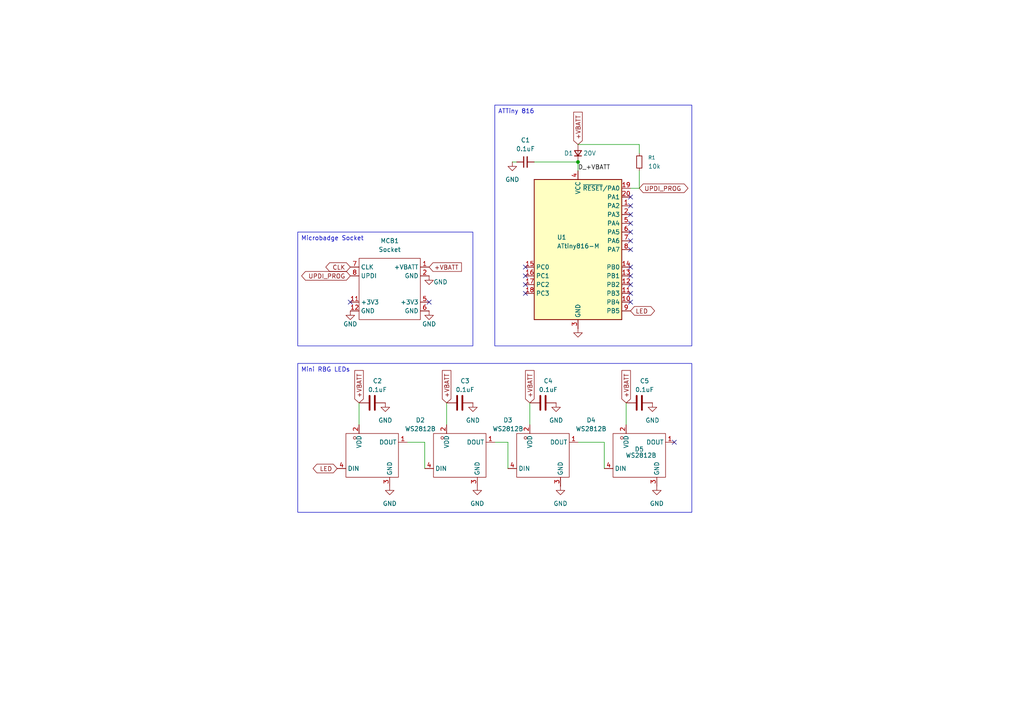
<source format=kicad_sch>
(kicad_sch (version 20250114) (generator "eeschema") (generator_version "9.0")
  (paper "A4")
  (lib_symbols
    (symbol "Device:C" (pin_numbers (hide yes)) (pin_names (offset 0.254))
      (property "Reference" "C" (at 0.635 2.54 0))
      (property "Value" "C" (at 0.635 -2.54 0))
      (symbol "C_0_1"
        (polyline (pts (xy -2.032 0.762) (xy 2.032 0.762)) (stroke (width 0.508)))
        (polyline (pts (xy -2.032 -0.762) (xy 2.032 -0.762)) (stroke (width 0.508)))
      )
      (symbol "C_1_1"
        (pin passive line (at 0 3.81 270) (length 2.794) (name "~") (number "1"))
        (pin passive line (at 0 -3.81 90) (length 2.794) (name "~") (number "2"))
      )
    )
    (symbol "Device:C_Small" (pin_numbers (hide yes)) (pin_names (offset 0.254) (hide yes))
      (property "Reference" "C" (at 0.254 1.778 0))
      (property "Value" "C_Small" (at 0.254 -2.032 0))
      (symbol "C_Small_0_1"
        (polyline (pts (xy -1.524 0.508) (xy 1.524 0.508)) (stroke (width 0.3048)))
        (polyline (pts (xy -1.524 -0.508) (xy 1.524 -0.508)) (stroke (width 0.3302)))
      )
      (symbol "C_Small_1_1"
        (pin passive line (at 0 2.54 270) (length 2.032) (name "~") (number "1"))
        (pin passive line (at 0 -2.54 90) (length 2.032) (name "~") (number "2"))
      )
    )
    (symbol "Device:D_Small" (pin_numbers (hide yes)) (pin_names (offset 0.254) (hide yes))
      (property "Reference" "D" (at -1.27 2.032 0))
      (property "Value" "D_Small" (at -3.81 -2.032 0))
      (symbol "D_Small_0_1"
        (polyline (pts (xy -0.762 0) (xy 0.762 0)))
        (polyline (pts (xy -0.762 -1.016) (xy -0.762 1.016)) (stroke (width 0.254)))
        (polyline (pts (xy 0.762 -1.016) (xy -0.762 0) (xy 0.762 1.016) (xy 0.762 -1.016)) (stroke (width 0.254)))
      )
      (symbol "D_Small_1_1"
        (pin passive line (at -2.54 0 0) (length 1.778) (name "K") (number "1"))
        (pin passive line (at 2.54 0 180) (length 1.778) (name "A") (number "2"))
      )
    )
    (symbol "Device:R_Small" (pin_numbers (hide yes)) (pin_names (offset 0.254) (hide yes))
      (property "Reference" "R" (at 0 0 90))
      (property "Value" "R_Small" (at 1.778 0 90))
      (symbol "R_Small_0_1"
        (rectangle (start -0.762 1.778) (end 0.762 -1.778) (stroke (width 0.2032)))
      )
      (symbol "R_Small_1_1"
        (pin passive line (at 0 2.54 270) (length 0.762) (name "~") (number "1"))
        (pin passive line (at 0 -2.54 90) (length 0.762) (name "~") (number "2"))
      )
    )
    (symbol "MCU_Microchip_ATtiny:ATtiny816-M"
      (property "Reference" "U" (at -12.7 21.59 0))
      (property "Value" "ATtiny816-M" (at 2.54 -21.59 0))
      (symbol "ATtiny816-M_0_1"
        (rectangle (start -12.7 -20.32) (end 12.7 20.32) (stroke (width 0.254)) (fill (type background)))
      )
      (symbol "ATtiny816-M_1_1"
        (pin bidirectional line (at -15.24 -5.08 0) (length 2.54) (name "PC0") (number "15"))
        (pin bidirectional line (at -15.24 -7.62 0) (length 2.54) (name "PC1") (number "16"))
        (pin bidirectional line (at -15.24 -10.16 0) (length 2.54) (name "PC2") (number "17"))
        (pin bidirectional line (at -15.24 -12.7 0) (length 2.54) (name "PC3") (number "18"))
        (pin power_in line (at 0 22.86 270) (length 2.54) (name "VCC") (number "4"))
        (pin passive line (at 0 -22.86 90) (length 2.54) (hide yes) (name "GND") (number "21"))
        (pin power_in line (at 0 -22.86 90) (length 2.54) (name "GND") (number "3"))
        (pin bidirectional line (at 15.24 17.78 180) (length 2.54) (name "~{RESET}/PA0") (number "19"))
        (pin bidirectional line (at 15.24 15.24 180) (length 2.54) (name "PA1") (number "20"))
        (pin bidirectional line (at 15.24 12.7 180) (length 2.54) (name "PA2") (number "1"))
        (pin bidirectional line (at 15.24 10.16 180) (length 2.54) (name "PA3") (number "2"))
        (pin bidirectional line (at 15.24 7.62 180) (length 2.54) (name "PA4") (number "5"))
        (pin bidirectional line (at 15.24 5.08 180) (length 2.54) (name "PA5") (number "6"))
        (pin bidirectional line (at 15.24 2.54 180) (length 2.54) (name "PA6") (number "7"))
        (pin bidirectional line (at 15.24 0 180) (length 2.54) (name "PA7") (number "8"))
        (pin bidirectional line (at 15.24 -5.08 180) (length 2.54) (name "PB0") (number "14"))
        (pin bidirectional line (at 15.24 -7.62 180) (length 2.54) (name "PB1") (number "13"))
        (pin bidirectional line (at 15.24 -10.16 180) (length 2.54) (name "PB2") (number "12"))
        (pin bidirectional line (at 15.24 -12.7 180) (length 2.54) (name "PB3") (number "11"))
        (pin bidirectional line (at 15.24 -15.24 180) (length 2.54) (name "PB4") (number "10"))
        (pin bidirectional line (at 15.24 -17.78 180) (length 2.54) (name "PB5") (number "9"))
      )
    )
    (symbol "Microbadge V2:Microbadge_V2_simple"
      (property "Reference" "MCB1" (at -13.97 0 90))
      (property "Value" "Socket" (at -11.43 0 90))
      (symbol "Microbadge_V2_simple_0_1"
        (rectangle (start -8.89 8.89) (end 8.89 -8.89))
      )
      (symbol "Microbadge_V2_simple_1_1"
        (pin power_in line (at -6.35 11.43 270) (length 2.54) (name "+VBATT") (number "1"))
        (pin bidirectional line (at -6.35 -11.43 90) (length 2.54) (name "CLK") (number "7"))
        (pin power_out line (at -3.81 11.43 270) (length 2.54) (name "GND") (number "2"))
        (pin bidirectional line (at -3.81 -11.43 90) (length 2.54) (name "UPDI") (number "8"))
        (pin power_in line (at 3.81 11.43 270) (length 2.54) (name "+3V3") (number "5"))
        (pin power_in line (at 3.81 -11.43 90) (length 2.54) (name "+3V3") (number "11"))
        (pin power_out line (at 6.35 11.43 270) (length 2.54) (name "GND") (number "6"))
        (pin power_out line (at 6.35 -11.43 90) (length 2.54) (name "GND") (number "12"))
      )
    )
    (symbol "Pips Lib:XL-1010RGBC-WS2812B"
      (property "Reference" "U" (at 0 0 0))
      (symbol "XL-1010RGBC-WS2812B_1_0"
        (rectangle (start -7.62 -6.35) (end 7.62 6.35))
        (circle (center -5.08 5.08) (radius 0.381))
        (pin unspecified line (at -10.16 -3.81 0) (length 2.54) (name "DIN") (number "4"))
        (pin unspecified line (at -3.81 8.89 270) (length 2.54) (name "VDD") (number "2"))
        (pin unspecified line (at 5.08 -8.89 90) (length 2.54) (name "GND") (number "3"))
        (pin unspecified line (at 10.16 3.81 180) (length 2.54) (name "DOUT") (number "1"))
      )
    )
    (symbol "power:GND" (power) (pin_numbers (hide yes)) (pin_names (offset 0) (hide yes))
      (property "Value" "GND" (at 0 -3.81 0))
      (symbol "GND_0_1"
        (polyline (pts (xy 0 0) (xy 0 -1.27) (xy 1.27 -1.27) (xy 0 -2.54) (xy -1.27 -1.27) (xy 0 -1.27)))
      )
      (symbol "GND_1_1"
        (pin power_in line (at 0 0 270) (length 0) (name "~") (number "1"))
      )
    )
  )
  (text_box "Microbadge Socket" (at 86.36 67.31 0) (size 50.8 33.02) (margins 0.9525 0.9525 0.9525 0.9525) (effects (font (size 1.27 1.27)) (justify left top)))
  (text_box "ATTiny 816" (at 143.51 30.48 0) (size 57.15 69.85) (margins 0.9525 0.9525 0.9525 0.9525) (effects (font (size 1.27 1.27)) (justify left top)))
  (text_box "Mini RBG LEDs\n" (at 86.36 105.41 0) (size 114.3 43.18) (margins 0.9525 0.9525 0.9525 0.9525) (effects (font (size 1.27 1.27)) (justify left top)))
  (junction (at 167.64 46.99))
  (no_connect (at 182.88 64.77))
  (no_connect (at 182.88 82.55))
  (no_connect (at 124.46 87.63))
  (no_connect (at 152.4 80.01))
  (no_connect (at 182.88 69.85))
  (no_connect (at 182.88 77.47))
  (no_connect (at 152.4 85.09))
  (no_connect (at 182.88 85.09))
  (no_connect (at 182.88 67.31))
  (no_connect (at 182.88 72.39))
  (no_connect (at 101.6 87.63))
  (no_connect (at 182.88 62.23))
  (no_connect (at 182.88 80.01))
  (no_connect (at 152.4 82.55))
  (no_connect (at 182.88 59.69))
  (no_connect (at 195.58 128.27))
  (no_connect (at 152.4 77.47))
  (no_connect (at 182.88 57.15))
  (no_connect (at 182.88 87.63))
  (wire (pts (xy 175.26 128.27) (xy 175.26 135.89)))
  (wire (pts (xy 167.64 128.27) (xy 175.26 128.27)))
  (wire (pts (xy 123.19 128.27) (xy 123.19 135.89)))
  (wire (pts (xy 185.42 44.45) (xy 185.42 41.91)))
  (wire (pts (xy 104.14 116.84) (xy 104.14 123.19)))
  (wire (pts (xy 147.32 128.27) (xy 147.32 135.89)))
  (wire (pts (xy 185.42 54.61) (xy 182.88 54.61)))
  (wire (pts (xy 129.54 116.84) (xy 129.54 123.19)))
  (wire (pts (xy 181.61 116.84) (xy 181.61 123.19)))
  (wire (pts (xy 154.94 46.99) (xy 167.64 46.99)))
  (wire (pts (xy 143.51 128.27) (xy 147.32 128.27)))
  (wire (pts (xy 118.11 128.27) (xy 123.19 128.27)))
  (wire (pts (xy 185.42 41.91) (xy 167.64 41.91)))
  (wire (pts (xy 148.59 46.99) (xy 149.86 46.99)))
  (wire (pts (xy 153.67 116.84) (xy 153.67 123.19)))
  (wire (pts (xy 185.42 49.53) (xy 185.42 54.61)))
  (wire (pts (xy 167.64 46.99) (xy 167.64 49.53)))
  (label "D_+VBATT" (at 167.64 49.53 0))
  (global_label "CLK" (shape bidirectional) (at 101.6 77.47 180) (property "Intersheetrefs" "${INTERSHEET_REFS}" (effects (hide yes))))
  (global_label "+VBATT" (shape input) (at 129.54 116.84 90) (property "Intersheetrefs" "${INTERSHEET_REFS}" (effects (hide yes))))
  (global_label "+VBATT" (shape input) (at 167.64 41.91 90) (property "Intersheetrefs" "${INTERSHEET_REFS}" (effects (hide yes))))
  (global_label "+VBATT" (shape input) (at 104.14 116.84 90) (property "Intersheetrefs" "${INTERSHEET_REFS}" (effects (hide yes))))
  (global_label "+VBATT" (shape input) (at 124.46 77.47 0) (property "Intersheetrefs" "${INTERSHEET_REFS}" (effects (hide yes))))
  (global_label "UPDI_PROG" (shape bidirectional) (at 101.6 80.01 180) (property "Intersheetrefs" "${INTERSHEET_REFS}" (effects (hide yes))))
  (global_label "+VBATT" (shape input) (at 153.67 116.84 90) (property "Intersheetrefs" "${INTERSHEET_REFS}" (effects (hide yes))))
  (global_label "LED" (shape bidirectional) (at 97.79 135.89 180) (property "Intersheetrefs" "${INTERSHEET_REFS}" (effects (hide yes))))
  (global_label "+VBATT" (shape input) (at 181.61 116.84 90) (property "Intersheetrefs" "${INTERSHEET_REFS}" (effects (hide yes))))
  (global_label "UPDI_PROG" (shape bidirectional) (at 185.42 54.61 0) (property "Intersheetrefs" "${INTERSHEET_REFS}" (effects (hide yes))))
  (global_label "LED" (shape bidirectional) (at 182.88 90.17 0) (property "Intersheetrefs" "${INTERSHEET_REFS}" (effects (hide yes))))
  (symbol (lib_id "power:GND") (at 124.46 80.01 0) (unit 1)
    (property "Reference" "#PWR07" (effects (hide yes)))
    (property "Value" "GND" (at 127.762 81.788 0))
    (property "Description" "Power symbol creates a global label with name \"GND\" , ground" (effects (hide yes)))
  )
  (symbol (lib_id "power:GND") (at 101.6 90.17 0) (unit 1)
    (property "Reference" "#PWR013" (effects (hide yes)))
    (property "Value" "GND" (at 101.6 93.98 0))
    (property "Description" "Power symbol creates a global label with name \"GND\" , ground" (effects (hide yes)))
  )
  (symbol (lib_id "power:GND") (at 189.23 116.84 0) (unit 1)
    (property "Reference" "#PWR08" (effects (hide yes)))
    (property "Value" "GND" (at 189.23 121.92 0))
    (property "Description" "Power symbol creates a global label with name \"GND\" , ground" (effects (hide yes)))
  )
  (symbol (lib_id "power:GND") (at 161.29 116.84 0) (unit 1)
    (property "Reference" "#PWR09" (effects (hide yes)))
    (property "Value" "GND" (at 161.29 121.92 0))
    (property "Description" "Power symbol creates a global label with name \"GND\" , ground" (effects (hide yes)))
  )
  (symbol (lib_id "power:GND") (at 124.46 90.17 0) (unit 1)
    (property "Reference" "#PWR015" (effects (hide yes)))
    (property "Value" "GND" (at 124.46 93.98 0))
    (property "Description" "Power symbol creates a global label with name \"GND\" , ground" (effects (hide yes)))
  )
  (symbol (lib_id "Device:C") (at 107.95 116.84 90) (unit 1)
    (property "Reference" "C2" (at 109.474 110.49 90))
    (property "Value" "0.1uF" (at 109.474 113.03 90))
    (property "Footprint" "Capacitor_SMD:C_0201_0603Metric" (effects (hide yes)))
    (property "Description" "Unpolarized capacitor" (effects (hide yes)))
  )
  (symbol (lib_id "power:GND") (at 148.59 46.99 0) (unit 1)
    (property "Reference" "#PWR02" (effects (hide yes)))
    (property "Value" "GND" (at 148.59 52.07 0))
    (property "Description" "Power symbol creates a global label with name \"GND\" , ground" (effects (hide yes)))
  )
  (symbol (lib_id "Device:C") (at 133.35 116.84 90) (unit 1)
    (property "Reference" "C3" (at 134.874 110.49 90))
    (property "Value" "0.1uF" (at 134.874 113.03 90))
    (property "Footprint" "Capacitor_SMD:C_0201_0603Metric" (effects (hide yes)))
    (property "Description" "Unpolarized capacitor" (effects (hide yes)))
  )
  (symbol (lib_id "Pips Lib:XL-1010RGBC-WS2812B") (at 157.48 132.08 0) (unit 1)
    (property "Reference" "D4" (at 171.45 121.8498 0))
    (property "Value" "WS2812B" (at 171.45 124.3898 0))
    (property "Footprint" "Pips Lib:LED-SMD_4P-L1.0-W1.0-TL_XL-1010RGBC-WS2812B" (effects (hide yes)))
    (property "Datasheet" "https://atta.szlcsc.com/upload/public/pdf/source/20240218/17D2BD8F4295D202E0F5662BF6E5539A.pdf" (effects (hide yes)))
    (property "Description" "RGB LED with integrated controller" (effects (hide yes)))
    (property "Manufacturer Part" "XL-1010RGBC-WS2812B" (effects (hide yes)))
    (property "Manufacturer" "XINGLIGHT(成兴光)" (effects (hide yes)))
    (property "Supplier Part" "C5349953" (effects (hide yes)))
    (property "Supplier" "LCSC" (effects (hide yes)))
    (property "LCSC Part Name" "XL-1010RGBC-WS2812B" (effects (hide yes)))
  )
  (symbol (lib_id "power:GND") (at 138.43 140.97 0) (unit 1)
    (property "Reference" "#PWR012" (effects (hide yes)))
    (property "Value" "GND" (at 138.43 146.05 0))
    (property "Description" "Power symbol creates a global label with name \"GND\" , ground" (effects (hide yes)))
  )
  (symbol (lib_id "Pips Lib:XL-1010RGBC-WS2812B") (at 107.95 132.08 0) (unit 1)
    (property "Reference" "D2" (at 121.92 121.8498 0))
    (property "Value" "WS2812B" (at 121.92 124.3898 0))
    (property "Footprint" "Pips Lib:LED-SMD_4P-L1.0-W1.0-TL_XL-1010RGBC-WS2812B" (effects (hide yes)))
    (property "Datasheet" "https://atta.szlcsc.com/upload/public/pdf/source/20240218/17D2BD8F4295D202E0F5662BF6E5539A.pdf" (effects (hide yes)))
    (property "Description" "RGB LED with integrated controller" (effects (hide yes)))
    (property "Manufacturer Part" "XL-1010RGBC-WS2812B" (effects (hide yes)))
    (property "Manufacturer" "XINGLIGHT(成兴光)" (effects (hide yes)))
    (property "Supplier Part" "C5349953" (effects (hide yes)))
    (property "Supplier" "LCSC" (effects (hide yes)))
    (property "LCSC Part Name" "XL-1010RGBC-WS2812B" (effects (hide yes)))
  )
  (symbol (lib_id "Microbadge V2:Microbadge_V2_simple") (at 113.03 83.82 270) (unit 1)
    (property "Reference" "MCB1" (at 113.03 69.85 90))
    (property "Value" "Socket" (at 113.03 72.39 90))
    (property "Footprint" "Microbadge V2:Microbadge_V2_simple_round" (effects (hide yes)))
    (property "Description" "SAINTCON Microbadge V2" (effects (hide yes)))
  )
  (symbol (lib_id "Device:C") (at 157.48 116.84 90) (unit 1)
    (property "Reference" "C4" (at 159.004 110.49 90))
    (property "Value" "0.1uF" (at 159.004 113.03 90))
    (property "Footprint" "Capacitor_SMD:C_0201_0603Metric" (effects (hide yes)))
    (property "Description" "Unpolarized capacitor" (effects (hide yes)))
  )
  (symbol (lib_id "power:GND") (at 167.64 95.25 0) (unit 1)
    (property "Reference" "#PWR03" (effects (hide yes)))
    (property "Value" "GND" (effects (hide yes)))
    (property "Description" "Power symbol creates a global label with name \"GND\" , ground" (effects (hide yes)))
  )
  (symbol (lib_id "power:GND") (at 162.56 140.97 0) (unit 1)
    (property "Reference" "#PWR014" (effects (hide yes)))
    (property "Value" "GND" (at 162.56 146.05 0))
    (property "Description" "Power symbol creates a global label with name \"GND\" , ground" (effects (hide yes)))
  )
  (symbol (lib_id "power:GND") (at 137.16 116.84 0) (unit 1)
    (property "Reference" "#PWR010" (effects (hide yes)))
    (property "Value" "GND" (at 137.16 121.92 0))
    (property "Description" "Power symbol creates a global label with name \"GND\" , ground" (effects (hide yes)))
  )
  (symbol (lib_id "MCU_Microchip_ATtiny:ATtiny816-M") (at 167.64 72.39 0) (unit 1)
    (property "Reference" "U1" (at 161.544 68.834 0) (effects (justify left)))
    (property "Value" "ATtiny816-M" (at 161.544 71.374 0) (effects (justify left)))
    (property "Footprint" "Package_DFN_QFN:VQFN-20-1EP_3x3mm_P0.4mm_EP1.7x1.7mm" (effects (hide yes)))
    (property "Datasheet" "http://ww1.microchip.com/downloads/en/DeviceDoc/40001913A.pdf" (effects (hide yes)))
    (property "Description" "20MHz, 8kB Flash, 512B SRAM, 128B EEPROM, VQFN-20" (effects (hide yes)))
  )
  (symbol (lib_id "Device:D_Small") (at 167.64 44.45 90) (unit 1)
    (property "Reference" "D1" (at 163.576 44.45 90) (effects (justify right)))
    (property "Value" "20V" (at 169.164 44.45 90) (effects (justify right)))
    (property "Footprint" "Diode_SMD:D_0201_0603Metric" (effects (hide yes)))
    (property "Description" "Diode, small symbol" (effects (hide yes)))
    (property "Sim.Device" "D" (effects (hide yes)))
    (property "Sim.Pins" "1=K 2=A" (effects (hide yes)))
  )
  (symbol (lib_id "power:GND") (at 113.03 140.97 0) (unit 1)
    (property "Reference" "#PWR05" (effects (hide yes)))
    (property "Value" "GND" (at 113.03 146.05 0))
    (property "Description" "Power symbol creates a global label with name \"GND\" , ground" (effects (hide yes)))
  )
  (symbol (lib_id "power:GND") (at 111.76 116.84 0) (unit 1)
    (property "Reference" "#PWR011" (effects (hide yes)))
    (property "Value" "GND" (at 111.76 121.92 0))
    (property "Description" "Power symbol creates a global label with name \"GND\" , ground" (effects (hide yes)))
  )
  (symbol (lib_id "Device:C_Small") (at 152.4 46.99 90) (unit 1)
    (property "Reference" "C1" (at 152.4063 40.64 90))
    (property "Value" "0.1uF" (at 152.4063 43.18 90))
    (property "Footprint" "Capacitor_SMD:C_0201_0603Metric" (effects (hide yes)))
    (property "Description" "Unpolarized capacitor, small symbol" (effects (hide yes)))
  )
  (symbol (lib_id "Pips Lib:XL-1010RGBC-WS2812B") (at 185.42 132.08 0) (unit 1)
    (property "Reference" "D5" (at 185.42 130.302 0))
    (property "Value" "WS2812B" (at 185.928 132.08 0))
    (property "Footprint" "Pips Lib:LED-SMD_4P-L1.0-W1.0-TL_XL-1010RGBC-WS2812B" (effects (hide yes)))
    (property "Datasheet" "https://atta.szlcsc.com/upload/public/pdf/source/20240218/17D2BD8F4295D202E0F5662BF6E5539A.pdf" (effects (hide yes)))
    (property "Description" "RGB LED with integrated controller" (effects (hide yes)))
    (property "Manufacturer Part" "XL-1010RGBC-WS2812B" (effects (hide yes)))
    (property "Manufacturer" "XINGLIGHT(成兴光)" (effects (hide yes)))
    (property "Supplier Part" "C5349953" (effects (hide yes)))
    (property "Supplier" "LCSC" (effects (hide yes)))
    (property "LCSC Part Name" "XL-1010RGBC-WS2812B" (effects (hide yes)))
  )
  (symbol (lib_id "power:GND") (at 190.5 140.97 0) (unit 1)
    (property "Reference" "#PWR016" (effects (hide yes)))
    (property "Value" "GND" (at 190.5 146.05 0))
    (property "Description" "Power symbol creates a global label with name \"GND\" , ground" (effects (hide yes)))
  )
  (symbol (lib_id "Device:C") (at 185.42 116.84 90) (unit 1)
    (property "Reference" "C5" (at 186.944 110.49 90))
    (property "Value" "0.1uF" (at 186.944 113.03 90))
    (property "Footprint" "Capacitor_SMD:C_0201_0603Metric" (effects (hide yes)))
    (property "Description" "Unpolarized capacitor" (effects (hide yes)))
  )
  (symbol (lib_id "Device:R_Small") (at 185.42 46.99 180) (unit 1)
    (property "Reference" "R1" (at 187.96 45.7199 0) (effects (font (size 1.016 1.016)) (justify right)))
    (property "Value" "10k" (at 187.96 48.2599 0) (effects (justify right)))
    (property "Footprint" "Resistor_SMD:R_0201_0603Metric" (effects (hide yes)))
    (property "Description" "Resistor, small symbol" (effects (hide yes)))
  )
  (symbol (lib_id "Pips Lib:XL-1010RGBC-WS2812B") (at 133.35 132.08 0) (unit 1)
    (property "Reference" "D3" (at 147.32 121.8498 0))
    (property "Value" "WS2812B" (at 147.32 124.3898 0))
    (property "Footprint" "Pips Lib:LED-SMD_4P-L1.0-W1.0-TL_XL-1010RGBC-WS2812B" (effects (hide yes)))
    (property "Datasheet" "https://atta.szlcsc.com/upload/public/pdf/source/20240218/17D2BD8F4295D202E0F5662BF6E5539A.pdf" (effects (hide yes)))
    (property "Description" "RGB LED with integrated controller" (effects (hide yes)))
    (property "Manufacturer Part" "XL-1010RGBC-WS2812B" (effects (hide yes)))
    (property "Manufacturer" "XINGLIGHT(成兴光)" (effects (hide yes)))
    (property "Supplier Part" "C5349953" (effects (hide yes)))
    (property "Supplier" "LCSC" (effects (hide yes)))
    (property "LCSC Part Name" "XL-1010RGBC-WS2812B" (effects (hide yes)))
  )
)
</source>
